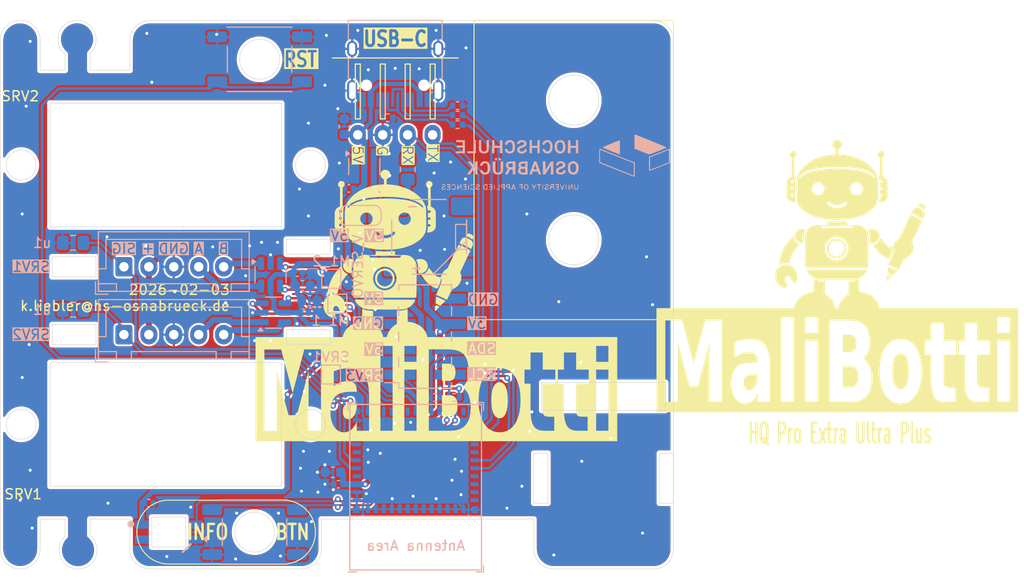
<source format=kicad_pcb>
(kicad_pcb (version 20241229) (generator "pcbnew") (generator_version "9.0")
  (layers (0 "F.Cu" signal) (2 "B.Cu" signal) (13 "F.Paste" user) (15 "B.Paste" user) (5 "F.SilkS" user "F.Silkscreen") (7 "B.SilkS" user "B.Silkscreen") (1 "F.Mask" user) (3 "B.Mask" user) (25 "Edge.Cuts" user))
  (net 0 "")
  (net 1 "GND")
  (net 2 "+5V")
  (net 3 "Net-(BZ1--)")
  (net 4 "SDA")
  (net 5 "+3.3V")
  (net 6 "SCL")
  (net 7 "BUZZER")
  (net 8 "SRV3")
  (net 9 "Vdrive")
  (net 10 "RGB_LED")
  (net 11 "Net-(U1-GPIO9)")
  (net 13 "SERVO1_B")
  (net 14 "SERVO1_ADC")
  (net 15 "SERVO2_A")
  (net 16 "SERVO2_ADC")
  (net 17 "Net-(J5-CC1)")
  (net 18 "Net-(J5-CC2)")
  (net 19 "/USBD+")
  (net 20 "Net-(J5-D+-PadA6)")
  (net 21 "/USBD-")
  (net 22 "Net-(J5-D--PadA7)")
  (net 37 "SERVO1_A")
  (net 38 "/M1_2")
  (net 39 "/M1_1")
  (net 40 "/M2_1")
  (net 41 "SERVO2_B")
  (net 42 "/M2_2")
  (net 45 "Net-(U1-EN{slash}CHIP_PU)")
  (net 46 "/TX")
  (footprint "liebler_MECH:SG90_vertical_PCB" (layer "F.Cu") (at 160.5 110.2 90)
    (property "Reference" "SRV3" (hide yes))
    (property "Value" "Servo SG90")
    (fp_rect (start -10.7 -7) (end -5.7 -5.6) (stroke (width 0.05)) (fill no) (layer "Edge.Cuts"))
    (fp_rect (start -1.4 -6.2) (end 1.4 6.2) (stroke (width 0.05)) (fill no) (layer "Edge.Cuts"))
    (fp_rect (start -10.7 5.6) (end -5.7 7) (stroke (width 0.05)) (fill no) (layer "Edge.Cuts"))
  )
  (footprint "liebler_MECH:SG90_PCB" (layer "F.Cu") (at 111 113)
    (property "Reference" "SRV1")
    (property "Value" "Servo SG90")
    (fp_rect (start -6 -6.2) (end 17.2 6.2) (stroke (width 0.05)) (fill no) (layer "Edge.Cuts"))
    (fp_circle (center -8.9 0) (end -8.9 -1.5) (stroke (width 0.05)) (fill no) (layer "Edge.Cuts"))
    (fp_circle (center 20.1 0) (end 20.1 -1.5) (stroke (width 0.05)) (fill no) (layer "Edge.Cuts"))
  )
  (footprint "liebler_MECH:SG90_PCB" (layer "F.Cu") (at 111 87)
    (property "Reference" "SRV2")
    (property "Value" "Servo SG90")
    (fp_rect (start -6 -6.2) (end 17.2 6.2) (stroke (width 0.05)) (fill no) (layer "Edge.Cuts"))
    (fp_circle (center -8.9 0) (end -8.9 -1.5) (stroke (width 0.05)) (fill no) (layer "Edge.Cuts"))
    (fp_circle (center 20.1 0) (end 20.1 -1.5) (stroke (width 0.05)) (fill no) (layer "Edge.Cuts"))
  )
  (footprint "LOGO" (layer "F.Cu") (at 184.6 93)
    (property "Reference" "G***" (hide yes))
    (property "Value" "LOGO" (hide yes))
  )
  (footprint "LOGO" (layer "F.Cu") (at 139.3 96)
    (property "Reference" "G***" (hide yes))
    (property "Value" "LOGO" (hide yes))
  )
  (footprint "liebler_CONN:JST_XH_S4B-XH-A-1_1x04_P2.50mm_Horizontal_SmallerCourtyard" (layer "F.Cu") (at 143.35 83.9725 180)
    (property "Reference" "J6" (hide yes))
    (property "Value" "Conn_01x04")
  )
  (footprint "liebler_MECH:Hinge_3040" (layer "F.Cu") (at 167.5 87.5)
    (property "Reference" "H1" (hide yes))
    (property "Value" "Hinge3040")
    (fp_circle (center -10 -7) (end -10 -9.5) (stroke (width 0.05)) (fill no) (layer "Edge.Cuts"))
    (fp_circle (center -10 7) (end -10 4.5) (stroke (width 0.05)) (fill no) (layer "Edge.Cuts"))
  )
  (footprint "liebler_OPTO:SK6812MINI-E_REV" (layer "F.Cu") (at 116.9 123.8)
    (property "Reference" "D21" (hide yes))
    (property "Value" "RGB3")
    (fp_rect (start -1.7 -1.5) (end 1.7 1.5) (stroke (width 0.05)) (fill no) (layer "Edge.Cuts"))
  )
  (footprint "Resistor_SMD:R_0402_1005Metric" (layer "B.Cu") (at 145.51 110.3)
    (property "Reference" "R3" (hide yes))
    (property "Value" "4k7")
  )
  (footprint "Jumper:SolderJumper-3_P1.3mm_Bridged2Bar12_RoundedPad1.0x1.5mm_NumberLabels" (layer "B.Cu") (at 136.15 92.05)
    (property "Reference" "JP1" (hide yes))
    (property "Value" "V_SERVO")
  )
  (footprint "Capacitor_SMD:C_0402_1005Metric" (layer "B.Cu") (at 133.9 119 180)
    (property "Reference" "C11" (hide yes))
    (property "Value" "u1")
  )
  (footprint "Package_TO_SOT_SMD:SOT-23-6" (layer "B.Cu") (at 127.4 101.8)
    (property "Reference" "U6" (hide yes))
    (property "Value" "MX116H")
  )
  (footprint "Resistor_SMD:R_0402_1005Metric" (layer "B.Cu") (at 145.85 82)
    (property "Reference" "R8" (hide yes))
    (property "Value" "22R")
  )
  (footprint "Capacitor_SMD:C_0603_1608Metric" (layer "B.Cu") (at 131 100.6)
    (property "Reference" "C5" (hide yes))
    (property "Value" "22u")
  )
  (footprint "Resistor_SMD:R_0402_1005Metric" (layer "B.Cu") (at 138.85 82.25)
    (property "Reference" "R1" (hide yes))
    (property "Value" "5k1")
  )
  (footprint "TestPoint:TestPoint_Pad_1.5x1.5mm" (layer "B.Cu") (at 133.2 98.4)
    (property "Reference" "TP3" (hide yes))
    (property "Value" "M1_2")
  )
  (footprint "Connector_JST:JST_XH_B5B-XH-A_1x05_P2.50mm_Vertical" (layer "B.Cu") (at 112.4 104)
    (property "Reference" "J4" (hide yes))
    (property "Value" "Servo2")
  )
  (footprint "Capacitor_SMD:C_0402_1005Metric" (layer "B.Cu") (at 138.05 89.35)
    (property "Reference" "C4" (hide yes))
    (property "Value" "1u")
  )
  (footprint "liebler_MECH:XDCR_CMT-7525-80-SMT-TR_handsolder" (layer "B.Cu") (at 143 94.2)
    (property "Reference" "BZ1" (hide yes))
    (property "Value" "Buzzer" (hide yes))
  )
  (footprint "Capacitor_SMD:C_0402_1005Metric" (layer "B.Cu") (at 130.4 101.8)
    (property "Reference" "C14" (hide yes))
    (property "Value" "u1")
  )
  (footprint "Capacitor_SMD:C_0603_1608Metric" (layer "B.Cu") (at 134.5 83.15 90)
    (property "Reference" "C2" (hide yes))
    (property "Value" "22u")
  )
  (footprint "Capacitor_SMD:C_0805_2012Metric_Pad1.18x1.45mm_HandSolder" (layer "B.Cu") (at 107.3 101.5 180)
    (property "Reference" "C10" (hide yes))
    (property "Value" "u1")
  )
  (footprint "Capacitor_SMD:C_0402_1005Metric" (layer "B.Cu") (at 134.95 89.35 180)
    (property "Reference" "C1" (hide yes))
    (property "Value" "1u")
  )
  (footprint "liebler_MECH:SW_Push_1P1T_NO_6x6mm_H6.5mm_Reverse" (layer "B.Cu") (at 126 76.4)
    (property "Reference" "SW1" (hide yes))
    (property "Value" "RST")
    (fp_circle (center 0 0) (end 0 2) (stroke (width 0.05)) (fill no) (layer "Edge.Cuts"))
  )
  (footprint "Resistor_SMD:R_0402_1005Metric" (layer "B.Cu") (at 145.85 82.95)
    (property "Reference" "R9" (hide yes))
    (property "Value" "22R")
  )
  (footprint "Resistor_SMD:R_0805_2012Metric_Pad1.20x1.40mm_HandSolder" (layer "B.Cu") (at 140.85 87.45 90)
    (property "Reference" "R2" (hide yes))
    (property "Value" "100R")
  )
  (footprint "Connector_USB:USB_C_Receptacle_HRO_TYPE-C-31-M-12" (layer "B.Cu") (at 139.6 76.4)
    (property "Reference" "J5" (hide yes))
    (property "Value" "USB_C_Receptacle_USB2.0_16P")
  )
  (footprint "Package_TO_SOT_SMD:SOT-23-3" (layer "B.Cu") (at 136.5 87.15 -90)
    (property "Reference" "U2" (hide yes))
    (property "Value" "XC6206PxxxMR")
  )
  (footprint "LOGO" (layer "B.Cu") (at 155.7 86.7 180)
    (property "Reference" "G***" (hide yes))
    (property "Value" "LOGO" (hide yes))
  )
  (footprint "Resistor_SMD:R_0402_1005Metric" (layer "B.Cu") (at 143.6 110.3)
    (property "Reference" "R4" (hide yes))
    (property "Value" "4k7")
  )
  (footprint "Capacitor_SMD:C_0402_1005Metric" (layer "B.Cu") (at 114.9 120.9)
    (property "Reference" "C3" (hide yes))
    (property "Value" "u1")
  )
  (footprint "Espressif:ESP32-C3-MINI-1" (layer "B.Cu") (at 141.65 119.3)
    (property "Reference" "U1" (hide yes))
    (property "Value" "ESP32-C3-MINI-1")
  )
  (footprint "Resistor_SMD:R_0402_1005Metric" (layer "B.Cu") (at 145.85 81.05)
    (property "Reference" "R7" (hide yes))
    (property "Value" "5k1")
  )
  (footprint "Capacitor_SMD:C_0603_1608Metric" (layer "B.Cu") (at 133.35 117.8 180)
    (property "Reference" "C12" (hide yes))
    (property "Value" "22u")
  )
  (footprint "Package_TO_SOT_SMD:SOT-23-6" (layer "B.Cu") (at 127.1 98 -90)
    (property "Reference" "U5" (hide yes))
    (property "Value" "MX116H")
  )
  (footprint "Connector_PinHeader_2.54mm:PinHeader_2x04_P2.54mm_Vertical_SMD" (layer "B.Cu") (at 142.6 104.2)
    (property "Reference" "J2" (hide yes))
    (property "Value" "Servos & I2C" (hide yes))
  )
  (footprint "TestPoint:TestPoint_Pad_1.5x1.5mm" (layer "B.Cu") (at 133.15 108)
    (property "Reference" "TP1" (hide yes))
    (property "Value" "SRV1")
  )
  (footprint "TestPoint:TestPoint_Pad_1.5x1.5mm" (layer "B.Cu") (at 133.8 100.9)
    (property "Reference" "TP2" (hide yes))
    (property "Value" "M1_1")
  )
  (footprint "Capacitor_SMD:C_0805_2012Metric_Pad1.18x1.45mm_HandSolder" (layer "B.Cu") (at 107.3 94.8 180)
    (property "Reference" "C9" (hide yes))
    (property "Value" "u1")
  )
  (footprint "Capacitor_SMD:C_0402_1005Metric" (layer "B.Cu") (at 129.8 97.8)
    (property "Reference" "C13" (hide yes))
    (property "Value" "u1")
  )
  (footprint "Connector_JST:JST_XH_B5B-XH-A_1x05_P2.50mm_Vertical" (layer "B.Cu") (at 112.4 97.2)
    (property "Reference" "J3" (hide yes))
    (property "Value" "Servo1")
  )
  (footprint "Capacitor_SMD:C_0603_1608Metric" (layer "B.Cu") (at 130.3 99.1)
    (property "Reference" "C15" (hide yes))
    (property "Value" "22u")
  )
  (footprint "liebler_MECH:SW_Push_1P1T_NO_6x6mm_H6.5mm_Reverse" (layer "B.Cu") (at 125.5 123.8 180)
    (property "Reference" "SW8" (hide yes))
    (property "Value" "BTN")
    (fp_circle (center 0 0) (end 0 2) (stroke (width 0.05)) (fill no) (layer "Edge.Cuts"))
  )
  (gr_arc (start 128.4 120.6) (mid 131.6 123.8) (end 128.4 127) (stroke (width 0.1)) (layer "F.SilkS"))
  (gr_arc (start 116.9 127) (mid 113.7 123.8) (end 116.9 120.6) (stroke (width 0.1)) (layer "F.SilkS"))
  (gr_line (start 116.9 120.6) (end 128.4 120.6) (stroke (width 0.1)) (layer "F.SilkS"))
  (gr_line (start 128.4 127) (end 116.9 127) (stroke (width 0.1)) (layer "F.SilkS"))
  (gr_rect (start 128.7 94.45) (end 133.1 95.95) (stroke (width 0.05)) (fill no) (layer "Edge.Cuts"))
  (gr_line (start 153.5 125.5) (end 153.5 122.5) (stroke (width 0.05)) (layer "Edge.Cuts"))
  (gr_arc (start 165.5 72.5) (mid 166.914214 73.085786) (end 167.5 74.5) (stroke (width 0.05)) (layer "Edge.Cuts"))
  (gr_line (start 106.5 75.886605) (end 106.5 77.5) (stroke (width 0.05)) (layer "Edge.Cuts"))
  (gr_rect (start 105.2 96.2) (end 109.6 98.2) (stroke (width 0.05)) (fill no) (layer "Edge.Cuts"))
  (gr_line (start 165.5 127.5) (end 155.5 127.5) (stroke (width 0.05)) (layer "Edge.Cuts"))
  (gr_arc (start 115 127.5) (mid 113.585786 126.914214) (end 113 125.5) (stroke (width 0.05)) (layer "Edge.Cuts"))
  (gr_line (start 106.5 77.5) (end 104 77.5) (stroke (width 0.05)) (layer "Edge.Cuts"))
  (gr_line (start 113 122.5) (end 113 125.5) (stroke (width 0.05)) (layer "Edge.Cuts"))
  (gr_line (start 104 125.5) (end 104 122.5) (stroke (width 0.05)) (layer "Edge.Cuts"))
  (gr_line (start 100 86) (end 100 125.5) (stroke (width 0.05)) (layer "Edge.Cuts"))
  (gr_line (start 167.5 114) (end 167.5 112.5) (stroke (width 0.05)) (layer "Edge.Cuts"))
  (gr_line (start 100 86) (end 100 74.5) (stroke (width 0.05)) (layer "Edge.Cuts"))
  (gr_arc (start 100 74.5) (mid 100.585786 73.085786) (end 102 72.5) (stroke (width 0.05)) (layer "Edge.Cuts"))
  (gr_line (start 167.5 125.5) (end 167.5 114) (stroke (width 0.05)) (layer "Edge.Cuts"))
  (gr_line (start 167.5 112.5) (end 167.5 100.1) (stroke (width 0.05)) (layer "Edge.Cuts"))
  (gr_arc (start 109 124.113394) (mid 107.866145 127.509351) (end 106.5 124.2) (stroke (width 0.05)) (layer "Edge.Cuts"))
  (gr_line (start 106.5 122.5) (end 106.5 124.2) (stroke (width 0.05)) (layer "Edge.Cuts"))
  (gr_arc (start 132.2 125.5) (mid 131.614214 126.914214) (end 130.2 127.5) (stroke (width 0.05)) (layer "Edge.Cuts"))
  (gr_line (start 104 77.5) (end 104 74.5) (stroke (width 0.05)) (layer "Edge.Cuts"))
  (gr_line (start 132.2 122.5) (end 153.5 122.5) (stroke (width 0.05)) (layer "Edge.Cuts"))
  (gr_rect (start 105.2 103) (end 109.6 105) (stroke (width 0.05)) (fill no) (layer "Edge.Cuts"))
  (gr_arc (start 167.5 125.5) (mid 166.914214 126.914214) (end 165.5 127.5) (stroke (width 0.05)) (layer "Edge.Cuts"))
  (gr_rect (start 128.7 103.5) (end 133.1 105) (stroke (width 0.05)) (fill no) (layer "Edge.Cuts"))
  (gr_line (start 109 77.5) (end 109 75.8) (stroke (width 0.05)) (layer "Edge.Cuts"))
  (gr_line (start 115 72.5) (end 165.5 72.5) (stroke (width 0.05)) (layer "Edge.Cuts"))
  (gr_arc (start 102 72.5) (mid 103.414214 73.085786) (end 104 74.5) (stroke (width 0.05)) (layer "Edge.Cuts"))
  (gr_arc (start 113 74.5) (mid 113.585786 73.085786) (end 115 72.5) (stroke (width 0.05)) (layer "Edge.Cuts"))
  (gr_line (start 167.5 98.6) (end 167.5 100.1) (stroke (width 0.05)) (layer "Edge.Cuts"))
  (gr_line (start 104 122.5) (end 106.5 122.5) (stroke (width 0.05)) (layer "Edge.Cuts"))
  (gr_line (start 167.5 98.6) (end 167.5 87.5) (stroke (width 0.05)) (layer "Edge.Cuts"))
  (gr_line (start 113 77.5) (end 109 77.5) (stroke (width 0.05)) (layer "Edge.Cuts"))
  (gr_arc (start 106.5 75.886606) (mid 107.633855 72.490649) (end 109 75.8) (stroke (width 0.05)) (layer "Edge.Cuts"))
  (gr_line (start 167.5 86) (end 167.5 74.5) (stroke (width 0.05)) (layer "Edge.Cuts"))
  (gr_line (start 167.5 87.5) (end 167.5 86) (stroke (width 0.05)) (layer "Edge.Cuts"))
  (gr_line (start 113 74.5) (end 113 77.5) (stroke (width 0.05)) (layer "Edge.Cuts"))
  (gr_arc (start 104 125.5) (mid 102 127.5) (end 100 125.5) (stroke (width 0.05)) (layer "Edge.Cuts"))
  (gr_arc (start 155.5 127.5) (mid 154.085786 126.914214) (end 153.5 125.5) (stroke (width 0.05)) (layer "Edge.Cuts"))
  (gr_line (start 109 124.113395) (end 109 122.5) (stroke (width 0.05)) (layer "Edge.Cuts"))
  (gr_line (start 115 127.5) (end 130.2 127.5) (stroke (width 0.05)) (layer "Edge.Cuts"))
  (gr_line (start 109 122.5) (end 113 122.5) (stroke (width 0.05)) (layer "Edge.Cuts"))
  (gr_line (start 132.2 122.5) (end 132.2 125.5) (stroke (width 0.05)) (layer "Edge.Cuts"))
  (gr_text "G" (at 138.3 85 270) (layer "F.SilkS" knockout) (effects (font (size 1 1) (thickness 0.1)) (justify left)))
  (gr_text "2026-02-03\nk.liebler@hs-osnabrueck.de" (at 123.1 101.7 0) (layer "F.SilkS") (effects (font (size 1 1)) (justify right bottom)))
  (gr_text "5V" (at 135.85 85 270) (layer "F.SilkS" knockout) (effects (font (size 1 1) (thickness 0.1)) (justify left)))
  (gr_text "USB-C" (at 139.6 74.35 0) (layer "F.SilkS" knockout) (effects (font (size 1.5 1.2) (thickness 0.3) (bold yes))))
  (gr_text "INFO\n" (at 120.8 123.8 0) (layer "F.SilkS") (effects (font (size 1.5 1.2) (thickness 0.25) (bold yes))))
  (gr_text "MaliBotti" (at 183.9 112.1 0) (layer "F.SilkS" knockout) (effects (font (size 8 5) (thickness 0.5) (bold yes)) (justify bottom)))
  (gr_text "TX" (at 143.35 84.9 270) (layer "F.SilkS" knockout) (effects (font (size 1 1) (thickness 0.1)) (justify left)))
  (gr_text "HQ Pro Extra Ultra Plus" (at 184.2 113.9 0) (layer "F.SilkS") (effects (font (size 2 1) (thickness 0.25) (bold yes))))
  (gr_text "MaliBotti" (at 143.7 115 0) (layer "F.SilkS" knockout) (effects (font (size 8 5) (thickness 0.5) (bold yes)) (justify bottom)))
  (gr_text "RX" (at 140.85 84.95 270) (layer "F.SilkS" knockout) (effects (font (size 1 1) (thickness 0.1)) (justify left)))
  (gr_text "5V" (at 138.5 105.5 0) (layer "B.SilkS" knockout) (effects (font (size 1 1)) (justify left mirror)))
  (gr_text "GND" (at 117.4 95.4 0) (layer "B.SilkS" knockout) (effects (font (size 1 1)) (justify mirror)))
  (gr_text "5V" (at 135.05 94.1 0) (layer "B.SilkS" knockout) (effects (font (size 1 1)) (justify left mirror)))
  (gr_text "A" (at 119.9 95.4 0) (layer "B.SilkS" knockout) (effects (font (size 1 1)) (justify mirror)))
  (gr_text "3V" (at 136.5 94.1 0) (layer "B.SilkS" knockout) (effects (font (size 1 1)) (justify right mirror)))
  (gr_text "SCL" (at 146.8 108 0) (layer "B.SilkS" knockout) (effects (font (size 1 1)) (justify right mirror)))
  (gr_text "5V" (at 138.5 100.4 0) (layer "B.SilkS" knockout) (effects (font (size 1 1)) (justify left mirror)))
  (gr_text "B" (at 122.4 95.4 0) (layer "B.SilkS" knockout) (effects (font (size 1 1)) (justify mirror)))
  (gr_text "SRV3" (at 138.5 108.1 0) (layer "B.SilkS" knockout) (effects (font (size 1 1)) (justify left mirror)))
  (gr_text "SRV2" (at 103.1 104 0) (layer "B.SilkS" knockout) (effects (font (size 1 1)) (justify mirror)))
  (gr_text "SIG" (at 112.4 95.4 0) (layer "B.SilkS" knockout) (effects (font (size 1 1)) (justify mirror)))
  (gr_text "+" (at 114.9 95.4 270) (layer "B.SilkS" knockout) (effects (font (size 1 1)) (justify mirror)))
  (gr_text "3V" (at 146.8 102.9 0) (layer "B.SilkS" knockout) (effects (font (size 1 1)) (justify right mirror)))
  (gr_text "SDA" (at 146.8 105.4 0) (layer "B.SilkS" knockout) (effects (font (size 1 1)) (justify right mirror)))
  (gr_text "GND" (at 138.5 102.9 0) (layer "B.SilkS" knockout) (effects (font (size 1 1)) (justify left mirror)))
  (gr_text "SRV1" (at 103.1 97.2 0) (layer "B.SilkS" knockout) (effects (font (size 1 1)) (justify mirror)))
  (gr_text "GND" (at 146.8 100.5 0) (layer "B.SilkS" knockout) (effects (font (size 1 1)) (justify right mirror)))
  (segment (start 124.5 101.8) (end 124.4 101.7) (width 0.6) (layer "F.Cu") (net 1))
  (segment (start 125.3 101.8) (end 124.5 101.8) (width 0.6) (layer "F.Cu") (net 1))
  (via (at 146.7 75.25) (size 0.6) (drill 0.3) (layers "F.Cu" "B.Cu") (net 1))
  (via (at 158.3 116.7) (size 0.6) (drill 0.3) (layers "F.Cu" "B.Cu") (net 1))
  (via (at 139.3 120.45) (size 0.6) (drill 0.3) (layers "F.Cu" "B.Cu") (net 1))
  (via (at 131.85 119.8) (size 0.6) (drill 0.3) (layers "F.Cu" "B.Cu") (net 1))
  (via (at 139.7 104.2) (size 0.6) (drill 0.3) (layers "F.Cu" "B.Cu") (net 1))
  (via (at 123.7 121.9) (size 0.6) (drill 0.3) (layers "F.Cu" "B.Cu") (net 1))
  (via (at 114.7 73.8) (size 0.6) (drill 0.3) (layers "F.Cu" "B.Cu") (net 1))
  (via (at 115.2 78.7) (size 0.6) (drill 0.3) (layers "F.Cu" "B.Cu") (net 1))
  (via (at 146.8 98.85) (size 0.6) (drill 0.3) (layers "F.Cu" "B.Cu") (net 1))
  (via (at 132.55 117.05) (size 0.6) (drill 0.3) (layers "F.Cu" "B.Cu") (net 1))
  (via (at 136.9 77.45) (size 0.6) (drill 0.3) (layers "F.Cu" "B.Cu") (net 1))
  (via (at 116.7 126.25) (size 0.6) (drill 0.3) (layers "F.Cu" "B.Cu") (net 1))
  (via (at 132.7 74) (size 0.6) (drill 0.3) (layers "F.Cu" "B.Cu") (net 1))
  (via (at 110.7 94.2) (size 0.6) (drill 0.3) (layers "F.Cu" "B.Cu") (net 1))
  (via (at 114.6 95.1) (size 0.6) (drill 0.3) (layers "F.Cu" "B.Cu") (net 1))
  (via (at 142.4 106.5) (size 0.6) (drill 0.3) (layers "F.Cu" "B.Cu") (net 1))
  (via (at 150.8 121.4) (size 0.6) (drill 0.3) (layers "F.Cu" "B.Cu") (net 1))
  (via (at 139 85.85) (size 0.6) (drill 0.3) (layers "F.Cu" "B.Cu") (net 1))
  (via (at 145.6 116.5) (size 0.6) (drill 0.3) (layers "F.Cu" "B.Cu") (net 1))
  (via (at 145.3 118.6) (size 0.6) (drill 0.3) (layers "F.Cu" "B.Cu") (net 1))
  (via (at 143.7 120.45) (size 0.6) (drill 0.3) (layers "F.Cu" "B.Cu") (net 1))
  (via (at 142.95 89.15) (size 0.6) (drill 0.3) (layers "F.Cu" "B.Cu") (net 1))
  (via (at 122.6 100.8) (size 0.6) (drill 0.3) (layers "F.Cu" "B.Cu") (net 1))
  (via (at 130 89.4) (size 0.6) (drill 0.3) (layers "F.Cu" "B.Cu") (net 1))
  (via (at 131.2 122.75) (size 0.6) (drill 0.3) (layers "F.Cu" "B.Cu") (net 1))
  (via (at 131.8 117.8) (size 0.6) (drill 0.3) (layers "F.Cu" "B.Cu") (net 1))
  (via (at 164.8 96.2) (size 0.6) (drill 0.3) (layers "F.Cu" "B.Cu") (net 1))
  (via (at 146.65 88.4) (size 0.6) (drill 0.3) (layers "F.Cu" "B.Cu") (net 1))
  (via (at 110.8 120.9) (size 0.6) (drill 0.3) (layers "F.Cu" "B.Cu") (net 1))
  (via (at 139.6 77.3) (size 0.6) (drill 0.3) (layers "F.Cu" "B.Cu") (net 1))
  (via (at 145.15 86.7) (size 0.6) (drill 0.3) (layers "F.Cu" "B.Cu") (net 1))
  (via (at 102 120.6) (size 0.6) (drill 0.3) (layers "F.Cu" "B.Cu") (net 1))
  (via (at 142.1 95.55) (size 0.6) (drill 0.3) (layers "F.Cu" "B.Cu") (net 1))
  (via (at 141.15 112.8) (size 0.6) (drill 0.3) (layers "F.Cu" "B.Cu") (net 1))
  (via (at 129.75 102.9) (size 0.6) (drill 0.3) (layers "F.Cu" "B.Cu") (net 1))
  (via (at 143.5 87.8) (size 0.6) (drill 0.3) (layers "F.Cu" "B.Cu") (net 1))
  (via (at 103.2 123.4) (size 0.6) (drill 0.3) (layers "F.Cu" "B.Cu") (net 1))
  (via (at 137.6 101.5) (size 0.6) (drill 0.3) (layers "F.Cu" "B.Cu") (net 1))
  (via (at 130.4 115.7) (size 0.6) (drill 0.3) (layers "F.Cu" "B.Cu") (net 1))
  (via (at 145.95 114.25) (size 0.6) (drill 0.3) (layers "F.Cu" "B.Cu") (net 1))
  (via (at 164.4 123.9) (size 0.6) (drill 0.3) (layers "F.Cu" "B.Cu") (net 1))
  (via (at 153.3 111.75) (size 0.6) (drill 0.3) (layers "F.Cu" "B.Cu") (net 1))
  (via (at 136.9 116.8) (size 0.6) (drill 0.3) (layers "F.Cu" "B.Cu") (net 1))
  (via (at 136.45 90.4) (size 0.6) (drill 0.3) (layers "F.Cu" "B.Cu") (net 1))
  (via (at 102.6 81.1) (size 0.6) (drill 0.3) (layers "F.Cu" "B.Cu") (net 1))
  (via (at 147.6 110.8) (size 0.6) (drill 0.3) (layers "F.Cu" "B.Cu") (net 1))
  (via (at 130.2 119.7) (size 0.6) (drill 0.3) (layers "F.Cu" "B.Cu") (net 1))
  (via (at 121.3 95.2) (size 0.6) (drill 0.3) (layers "F.Cu" "B.Cu") (net 1))
  (via (at 152.8 91.9) (size 0.6) (drill 0.3) (layers "F.Cu" "B.Cu") (net 1))
  (via (at 125.3 101.8) (size 0.6) (drill 0.3) (layers "F.Cu" "B.Cu") (net 1))
  (via (at 127.9 121.9) (size 0.6) (drill 0.3) (layers "F.Cu" "B.Cu") (net 1))
  (via (at 130.1 117.4) (size 0.6) (drill 0.3) (layers "F.Cu" "B.Cu") (net 1))
  (via (at 138.1 115.9) (size 0.6) (drill 0.3) (layers "F.Cu" "B.Cu") (net 1))
  (via (at 103 117.6) (size 0.6) (drill 0.3) (layers "F.Cu" "B.Cu") (net 1))
  (via (at 133.9 95.4) (size 0.6) (drill 0.3) (layers "F.Cu" "B.Cu") (net 1))
  (via (at 143.7 73.5) (size 0.6) (drill 0.3) (layers "F.Cu" "B.Cu") (net 1))
  (via (at 142 77.35) (size 0.6) (drill 0.3) (layers "F.Cu" "B.Cu") (net 1))
  (via (at 121.7 73.9) (size 0.6) (drill 0.3) (layers "F.Cu" "B.Cu") (net 1))
  (via (at 127.1 96) (size 0.6) (drill 0.3) (layers "F.Cu" "B.Cu") (net 1))
  (via (at 124.6 98.1) (size 0.6) (drill 0.3) (layers "F.Cu" "B.Cu") (net 1))
  (via (at 134.4 106.4) (size 0.6) (drill 0.3) (layers "F.Cu" "B.Cu") (net 1))
  (via (at 128.1 126.2) (size 0.6) (drill 0.3) (layers "F.Cu" "B.Cu") (net 1))
  (via (at 125 95.1) (size 0.6) (drill 0.3) (layers "F.Cu" "B.Cu") (net 1))
  (via (at 102.2 91.9) (size 0.6) (drill 0.3) (layers "F.Cu" "B.Cu") (net 1))
  (via (at 136.7 119.95) (size 0.6) (drill 0.3) (layers "F.Cu" "B.Cu") (net 1))
  (via (at 137.5 97.4) (size 0.6) (drill 0.3) (layers "F.Cu" "B.Cu") (net 1))
  (via (at 119.1 121.3) (size 0.6) (drill 0.3) (layers "F.Cu" "B.Cu") (net 1))
  (via (at 117.5 99.7) (size 0.6) (drill 0.3) (layers "F.Cu" "B.Cu") (net 1))
  (via (at 102.2 108.3) (size 0.6) (drill 0.3) (layers "F.Cu" "B.Cu") (net 1))
  (via (at 130.9 92.1) (size 0.6) (drill 0.3) (layers "F.Cu" "B.Cu") (net 1))
  (via (at 127.1 104.6) (size 0.6) (drill 0.3) (layers "F.Cu" "B.Cu") (net 1))
  (via (at 141.4 120.2) (size 0.6) (drill 0.3) (layers "F.Cu" "B.Cu") (net 1))
  (via (at 133.4 119.55) (size 0.6) (drill 0.3) (layers "F.Cu" "B.Cu") (net 1))
  (via (at 156 100.7) (size 0.6) (drill 0.3) (layers "F.Cu" "B.Cu") (net 1))
  (via (at 139.05 88.05) (size 0.6) (drill 0.3) (layers "F.Cu" "B.Cu") (net 1))
  (via (at 146.25 117.7) (size 0.6) (drill 0.3) (layers "F.Cu" "B.Cu") (net 1))
  (via (at 125.5 104.6) (size 0.6) (drill 0.3) (layers "F.Cu" "B.Cu") (net 1))
  (via (at 137.35 96.5) (size 0.6) (drill 0.3) (layers "F.Cu" "B.Cu") (net 1))
  (via (at 153.1 113.7) (size 0.6) (drill 0.3) (layers "F.Cu" "B.Cu") (net 1))
  (via (at 130.9 82.8) (size 0.6) (drill 0.3) (layers "F.Cu" "B.Cu") (net 1))
  (via (at 134 86.8) (size 0.6) (drill 0.3) (layers "F.Cu" "B.Cu") (net 1))
  (via (at 133 115.7) (size 0.6) (drill 0.3) (layers "F.Cu" "B.Cu") (net 1))
  (via (at 158.2 106.8) (size 0.6) (drill 0.3) (layers "F.Cu" "B.Cu") (net 1))
  (via (at 152.3 119.2) (size 0.6) (drill 0.3) (layers "F.Cu" "B.Cu") (net 1))
  (via (at 142.75 86.45) (size 0.6) (drill 0.3) (layers "F.Cu" "B.Cu") (net 1))
  (via (at 144.5 92.1) (size 0.6) (drill 0.3) (layers "F.Cu" "B.Cu") (net 1))
  (via (at 123.6 126.5) (size 0.6) (drill 0.3) (layers "F.Cu" "B.Cu") (net 1))
  (via (at 139.55 112.9) (size 0.6) (drill 0.3) (layers "F.Cu" "B.Cu") (net 1))
  (via (at 137.15 113.6) (size 0.6) (drill 0.3) (layers "F.Cu" "B.Cu") (net 1))
  (via (at 146.2 120.05) (size 0.6) (drill 0.3) (layers "F.Cu" "B.Cu") (net 1))
  (via (at 131.05 105.95) (size 0.6) (drill 0.3) (layers "F.Cu" "B.Cu") (net 1))
  (via (at 144.55 95.45) (size 0.6) (drill 0.3) (layers "F.Cu" "B.Cu") (net 1))
  (via (at 161.2 114.4) (size 0.6) (drill 0.3) (layers "F.Cu" "B.Cu") (net 1))
  (via (at 126.2 94.75) (size 0.6) (drill 0.3) (layers "F.Cu" "B.Cu") (net 1))
  (via (at 155.5 126.1) (size 0.6) (drill 0.3) (layers "F.Cu" "B.Cu") (net 1))
  (via (at 102.9 105) (size 0.6) (drill 0.3) (layers "F.Cu" "B.Cu") (net 1))
  (via (at 132.55 79) (size 0.6) (drill 0.3) (layers "F.Cu" "B.Cu") (net 1))
  (via (at 136.85 115.55) (size 0.6) (drill 0.3) (layers "F.Cu" "B.Cu") (net 1))
  (via (at 103 74.6) (size 0.6) (drill 0.3) (layers "F.Cu" "B.Cu") (net 1))
  (via (at 134.7 98.7) (size 0.6) (drill 0.3) (layers "F.Cu" "B.Cu") (net 1))
  (via (at 130.5 109.7) (size 0.6) (drill 0.3) (layers "F.Cu" "B.Cu") (net 1))
  (via (at 135.85 73.5) (size 0.6) (drill 0.3) (layers "F.Cu" "B.Cu") (net 1))
  (via (at 127.8 94.75) (size 0.6) (drill 0.3) (layers "F.Cu" "B.Cu") (net 1))
  (via (at 165.4 101) (size 0.6) (drill 0.3) (layers "F.Cu" "B.Cu") (net 1))
  (via (at 133.85 81.35) (size 0.6) (drill 0.3) (layers "F.Cu" "B.Cu") (net 1))
  (via (at 132.55 119) (size 0.6) (drill 0.3) (layers "F.Cu" "B.Cu") (net 1))
  (segment (start 127.1 96.8625) (end 127.1 96) (width 0.6) (layer "B.Cu") (net 1))
  (segment (start 145.5 116.6) (end 145.6 116.5) (width 0.25) (layer "B.Cu") (net 1))
  (segment (start 147.575 111.65) (end 147.575 110.825) (width 0.25) (layer "B.Cu") (net 1))
  (segment (start 126.2625 101.8) (end 125.3 101.8) (width 0.6) (layer "B.Cu") (net 1))
  (segment (start 138.425 111.7) (end 138.425 113.4) (width 0.25) (layer "B.Cu") (net 1))
  (segment (start 138.425 113.4) (end 139.65 114.625) (width 0.25) (layer "B.Cu") (net 1))
  (segment (start 147.575 121.55) (end 146.575 121.55) (width 0.25) (layer "B.Cu") (net 1))
  (segment (start 142.85 80.445) (end 143.005 80.445) (width 0.6) (layer "B.Cu") (net 1))
  (segment (start 136.35 80.445) (end 136.195 80.445) (width 0.6) (layer "B.Cu") (net 1))
  (segment (start 136.195 80.445) (end 135.28 79.53) (width 0.6) (layer "B.Cu") (net 1))
  (segment (start 139.36 82.25) (end 139.36 82.9625) (width 0.4) (layer "B.Cu") (net 1))
  (segment (start 139.36 82.9625) (end 138.35 83.9725) (width 0.4) (layer "B.Cu") (net 1))
  (segment (start 143.005 80.445) (end 143.92 79.53) (width 0.6) (layer "B.Cu") (net 1))
  (segment (start 143.6 116.6) (end 145.5 116.6) (width 0.25) (layer "B.Cu") (net 1))
  (segment (start 147.575 110.825) (end 147.6 110.8) (width 0.25) (layer "B.Cu") (net 1))
  (segment (start 146.575 121.55) (end 143.6 118.575) (width 0.25) (layer "B.Cu") (net 1))
  (segment (start 128.8 110) (end 131.701003 107.098997) (width 0.5) (layer "F.Cu") (net 2))
  (segment (start 131.701003 107.098997) (end 131.701003 107.068359) (width 0.5) (layer "F.Cu") (net 2))
  (via (at 128.8 110) (size 0.6) (drill 0.3) (layers "F.Cu" "B.Cu") (net 2))
  (via (at 131.701003 107.068359) (size 0.6) (drill 0.3) (layers "F.Cu" "B.Cu") (net 2))
  (segment (start 130.149 100.676) (end 130.225 100.6) (width 0.5) (layer "B.Cu") (net 2))
  (segment (start 129.42 98.4) (end 129.3775 98.4425) (width 0.5) (layer "B.Cu") (net 2))
  (segment (start 134.85 96.9) (end 134.85 97.3) (width 0.6) (layer "B.Cu") (net 2))
  (segment (start 130.025 100.125) (end 130.025 100.4) (width 0.5) (layer "B.Cu") (net 2))
  (segment (start 129.32 97.8) (end 129.42 97.7) (width 0.6) (layer "B.Cu") (net 2))
  (segment (start 127.599001 97.976) (end 127.1 98.475001) (width 0.5) (layer "B.Cu") (net 2))
  (segment (start 142.05 79.65743) (end 141.26057 78.868) (width 0.4) (layer "B.Cu") (net 2))
  (segment (start 128.5375 101.8) (end 129.92 101.8) (width 0.5) (layer "B.Cu") (net 2))
  (segment (start 128.8 119.379232) (end 128.428232 119.751) (width 0.5) (layer "B.Cu") (net 2))
  (segment (start 136.5 88.2875) (end 136.5 88.95) (width 0.6) (layer "B.Cu") (net 2))
  (segment (start 115.249 119.751) (end 114.2 120.8) (width 0.5) (layer "B.Cu") (net 2))
  (segment (start 136.501 86.5715) (end 136.501 84.6235) (width 0.6) (layer "B.Cu") (net 2))
  (segment (start 142.05 80.445) (end 142.05 79.65743) (width 0.4) (layer "B.Cu") (net 2))
  (segment (start 131.701003 107.068359) (end 131.810873 107.068359) (width 0.5) (layer "B.Cu") (net 2))
  (segment (start 136.501 86.5715) (end 136.5 86.5725) (width 0.6) (layer "B.Cu") (net 2))
  (segment (start 137.94 100.39) (end 140.075 100.39) (width 0.6) (layer "B.Cu") (net 2))
  (segment (start 134.5 83.925) (end 135.8025 83.925) (width 0.6) (layer "B.Cu") (net 2))
  (segment (start 128.8 110) (end 128.8 119.379232) (width 0.5) (layer "B.Cu") (net 2))
  (segment (start 134.85 90.6) (end 134.85 92.05) (width 0.6) (layer "B.Cu") (net 2))
  (segment (start 137.15 80.445) (end 137.15 82.6725) (width 0.4) (layer "B.Cu") (net 2))
  (segment (start 129.525 99.1) (end 129.775 99.1) (width 0.5) (layer "B.Cu") (net 2))
  (segment (start 128.428232 119.751) (end 115.249 119.751) (width 0.5) (layer "B.Cu") (net 2))
  (segment (start 131.810873 107.068359) (end 133.651 105.228232) (width 0.5) (layer "B.Cu") (net 2))
  (segment (start 136.5 88.95) (end 134.85 90.6) (width 0.6) (layer "B.Cu") (net 2))
  (segment (start 114.2 120.8) (end 114.2 123.05) (width 0.5) (layer "B.Cu") (net 2))
  (segment (start 129.244 97.976) (end 127.599001 97.976) (width 0.5) (layer "B.Cu") (net 2))
  (segment (start 127.1 99.1375) (end 127.1 100.1709) (width 0.5) (layer "B.Cu") (net 2))
  (segment (start 129.3775 98.4425) (end 129.525 98.59) (width 0.5) (layer "B.Cu") (net 2))
  (segment (start 129.499 97.360608) (end 129.959608 96.9) (width 0.6) (layer "B.Cu") (net 2))
  (segment (start 129.499 97.7) (end 129.499 97.360608) (width 0.6) (layer "B.Cu") (net 2))
  (segment (start 127.1 98.475001) (end 127.1 99.1375) (width 0.5) (layer "B.Cu") (net 2))
  (segment (start 129.42 97.9) (end 129.42 98.4) (width 0.5) (layer "B.Cu") (net 2))
  (segment (start 129.959608 96.9) (end 134.85 96.9) (width 0.6) (layer "B.Cu") (net 2))
  (segment (start 133.651 103.271768) (end 133.328232 102.949) (width 0.5) (layer "B.Cu") (net 2))
  (segment (start 130.879318 102.949) (end 130.149 102.218682) (width 0.5) (layer "B.Cu") (net 2))
  (segment (start 127.875001 101.8) (end 128.5375 101.8) (width 0.5) (layer "B.Cu") (net 2))
  (segment (start 127.1 100.1709) (end 127.424 100.4949) (width 0.5) (layer "B.Cu") (net 2))
  (segment (start 134.85 93.1) (end 134.85 92.05) (width 0.6) (layer "B.Cu") (net 2))
  (segment (start 129.32 97.8) (end 129.32 97.9) (width 0.5) (layer "B.Cu") (net 2))
  (segment (start 142.2 103.882) (end 142.2 102.1) (width 0.6) (layer "B.Cu") (net 2))
  (segment (start 142.2 102.1) (end 140.49 100.39) (width 0.6) (layer "B.Cu") (net 2))
  (segment (start 129.42 97.7) (end 129.499 97.7) (width 0.6) (layer "B.Cu") (net 2))
  (segment (start 129.32 97.9) (end 129.244 97.976) (width 0.5) (layer "B.Cu") (net 2))
  (segment (start 134.85 97.3) (end 137.94 100.39) (width 0.6) (layer "B.Cu") (net 2))
  (segment (start 135.8025 83.925) (end 135.85 83.9725) (width 0.6) (layer "B.Cu") (net 2))
  (segment (start 129.32 97.8) (end 129.42 97.9) (width 0.5) (layer "B.Cu") (net 2))
  (segment (start 140.612 105.47) (end 142.2 103.882) (width 0.6) (layer "B.Cu") (net 2))
  (segment (start 141.26057 78.868) (end 137.93943 78.868) (width 0.4) (layer "B.Cu") (net 2))
  (segment (start 127.424 100.4949) (end 127.424 101.348999) (width 0.5) (layer "B.Cu") (net 2))
  (segment (start 130.149 102.218682) (end 130.149 100.676) (width 0.5) (layer "B.Cu") (net 2))
  (segment (start 133.328232 102.949) (end 130.879318 102.949) (width 0.5) (layer "B.Cu") (net 2))
  (segment (start 136.5 86.5725) (end 136.5 88.2875) (width 0.6) (layer "B.Cu") (net 2))
  (segment (start 129.8 99.125) (end 129.8 99.9) (width 0.5) (layer "B.Cu") (net 2))
  (segment (start 129.775 99.1) (end 129.8 99.125) (width 0.5) (layer "B.Cu") (net 2))
  (segment (start 136.501 84.6235) (end 135.85 83.9725) (width 0.6) (layer "B.Cu") (net 2))
  (segment (start 129.8 99.9) (end 130.025 100.125) (width 0.5) (layer "B.Cu") (net 2))
  (segment (start 134.85 93.1) (end 134.85 96.5) (width 0.6) (layer "B.Cu") (net 2))
  (segment (start 134.85 96.5) (end 134.85 96.9) (width 0.6) (layer "B.Cu") (net 2))
  (segment (start 137.15 79.65743) (end 137.15 80.445) (width 0.4) (layer "B.Cu") (net 2))
  (segment (start 137.15 82.6725) (end 135.85 83.9725) (width 0.4) (layer "B.Cu") (net 2))
  (segment (start 129.525 98.59) (end 129.525 99.1) (width 0.5) (layer "B.Cu") (net 2))
  (segment (start 133.651 105.228232) (end 133.651 103.271768) (width 0.5) (layer "B.Cu") (net 2))
  (segment (start 127.424 101.348999) (end 127.875001 101.8) (width 0.5) (layer "B.Cu") (net 2))
  (segment (start 137.93943 78.868) (end 137.15 79.65743) (width 0.4) (layer "B.Cu") (net 2))
  (segment (start 140.85 89.9) (end 139.625 91.125) (width 0.6) (layer "B.Cu") (net 3))
  (segment (start 140.85 88.45) (end 140.85 89.9) (width 0.6) (layer "B.Cu") (net 3))
  (segment (start 144.13 106.27) (end 144.325 106.27) (width 0.25) (layer "B.Cu") (net 4))
  (segment (start 143.225 107.175) (end 144.13 106.27) (width 0.25) (layer "B.Cu") (net 4))
  (segment (start 143.225 111.7) (end 143.225 107.175) (width 0.25) (layer "B.Cu") (net 4))
  (segment (start 144.325 106.27) (end 145.125 105.47) (width 0.25) (layer "B.Cu") (net 4))
  (segment (start 144.1 111.5) (end 136.6 119) (width 0.6) (layer "F.Cu") (net 5))
  (segment (start 144.1 109.4) (end 146 109.4) (width 0.25) (layer "F.Cu") (net 5))
  (segment (start 144.1 103.7) (end 144.1 111.5) (width 0.6) (layer "F.Cu") (net 5))
  (via (at 146 109.4) (size 0.6) (drill 0.3) (layers "F.Cu" "B.Cu") (net 5))
  (via (at 144.1 103.7) (size 0.6) (drill 0.3) (layers "F.Cu" "B.Cu") (net 5))
  (via (at 136.6 119) (size 0.6) (drill 0.3) (layers "F.Cu" "B.Cu") (net 5))
  (via (at 144.1 109.4) (size 0.6) (drill 0.3) (layers "F.Cu" "B.Cu") (net 5))
  (segment (start 144.11 110.3) (end 144.11 109.41) (width 0.25) (layer "B.Cu") (net 5))
  (segment (start 142.75 99.2) (end 140.825 97.275) (width 0.6) (layer "B.Cu") (net 5))
  (segment (start 136.6 119) (end 135.725 119) (width 0.6) (layer "B.Cu") (net 5))
  (segment (start 142.75 101.35) (end 144.33 102.93) (width 0.6) (layer "B.Cu") (net 5))
  (segment (start 137.45 86.0125) (end 137.45 95.1) (width 0.6) (layer "B.Cu") (net 5))
  (segment (start 135.75 119) (end 134.38 119) (width 0.6) (layer "B.Cu") (net 5))
  (segment (start 137.45 95.1) (end 139.625 97.275) (width 0.6) (layer "B.Cu") (net 5))
  (segment (start 144.13 103.73) (end 144.1 103.7) (width 0.6) (layer "B.Cu") (net 5))
  (segment (start 134.38 118.055) (end 134.125 117.8) (width 0.6) (layer "B.Cu") (net 5))
  (segment (start 140.825 97.275) (end 139.625 97.275) (width 0.6) (layer "B.Cu") (net 5))
  (segment (start 134.38 119) (end 134.38 118.055) (width 0.6) (layer "B.Cu") (net 5))
  (segment (start 142.75 100.45) (end 142.75 99.2) (width 0.6) (layer "B.Cu") (net 5))
  (segment (start 144.11 109.41) (end 144.1 109.4) (width 0.25) (layer "B.Cu") (net 5))
  (segment (start 146 109.4) (end 146 110.28) (width 0.25) (layer "B.Cu") (net 5))
  (segment (start 145.125 102.93) (end 144.325 103.73) (width 0.6) (layer "B.Cu") (net 5))
  (segment (start 144.325 103.73) (end 144.13 103.73) (width 0.6) (layer "B.Cu") (net 5))
  (segment (start 142.75 100.45) (end 142.75 101.35) (width 0.6) (layer "B.Cu") (net 5))
  (segment (start 145 110.3) (end 145 108.135) (width 0.25) (layer "B.Cu") (net 6))
  (segment (start 144.025 111.360694) (end 145 110.385694) (width 0.25) (layer "B.Cu") (net 6))
  (segment (start 144.025 111.7) (end 144.025 111.360694) (width 0.25) (layer "B.Cu") (net 6))
  (segment (start 148.892116 108.151) (end 148.595558 107.854442) (width 0.25) (layer "F.Cu") (net 7))
  (segment (start 150.626 108.151) (end 148.892116 108.151) (width 0.25) (layer "F.Cu") (net 7))
  (segment (start 150.825 108.35) (end 150.626 108.151) (width 0.25) (layer "F.Cu") (net 7))
  (via (at 150.825 108.35) (size 0.6) (drill 0.3) (layers "F.Cu" "B.Cu") (net 7))
  (via (at 148.595558 107.854442) (size 0.6) (drill 0.3) (layers "F.Cu" "B.Cu") (net 7))
  (segment (start 147.55 116.6) (end 149.16219 116.6) (width 0.25) (layer "B.Cu") (net 7))
  (segment (start 147.949 107.207884) (end 147.949 87.98681) (width 0.25) (layer "B.Cu") (net 7))
  (segment (start 140.85 86.45) (end 140.85 83.9725) (width 0.6) (layer "B.Cu") (net 7))
  (segment (start 148.595558 107.854442) (end 147.949 107.207884) (width 0.25) (layer "B.Cu") (net 7))
  (segment (start 145.26219 85.3) (end 142.65 85.3) (width 0.25) (layer "B.Cu") (net 7))
  (segment (start 150.999 114.76319) (end 150.999 108.524) (width 0.25) (layer "B.Cu") (net 7))
  (segment (start 149.16219 116.6) (end 150.999 114.76319) (width 0.25) (layer "B.Cu") (net 7))
  (segment (start 150.999 108.524) (end 150.825 108.35) (width 0.25) (layer "B.Cu") (net 7))
  (segment (start 147.949 87.98681) (end 145.26219 85.3) (width 0.25) (layer "B.Cu") (net 7))
  (segment (start 142.65 85.3) (end 141.3225 83.9725) (width 0.25) (layer "B.Cu") (net 7))
  (segment (start 142.425 110.26) (end 140.975 108.81) (width 0.25) (layer "B.Cu") (net 8))
  (segment (start 142.425 111.7) (end 142.425 110.26) (width 0.25) (layer "B.Cu") (net 8))
  (segment (start 140.975 108.81) (end 140.875 108.81) (width 0.25) (layer "B.Cu") (net 8))
  (segment (start 140.875 108.81) (end 140.075 108.01) (width 0.25) (layer "B.Cu") (net 8))
  (segment (start 114.9 104) (end 114.9 97.2) (width 0.6) (layer "F.Cu") (net 9))
  (segment (start 118.3 93.8) (end 114.9 97.2) (width 0.6) (layer "F.Cu") (net 9))
  (segment (start 136.05 93.8) (end 118.3 93.8) (width 0.6) (layer "F.Cu") (net 9))
  (via (at 136.05 93.8) (size 0.6) (drill 0.3) (layers "F.Cu" "B.Cu") (net 9))
  (segment (start 136.15 93.7) (end 136.05 93.8) (width 0.6) (layer "B.Cu") (net 9))
  (segment (start 136.15 92.05) (end 136.15 93.7) (width 0.6) (layer "B.Cu") (net 9))
  (segment (start 144.775734 112.857166) (end 136.9329 120.7) (width 0.2) (layer "F.Cu") (net 10))
  (segment (start 144.775734 112.575737) (end 144.775734 112.857166) (width 0.2) (layer "F.Cu") (net 10))
  (segment (start 136.9329 120.7) (end 134.05 120.7) (width 0.2) (layer "F.Cu") (net 10))
  (segment (start 134.05 120.7) (end 133.85 120.5) (width 0.2) (layer "F.Cu") (net 10))
  (via (at 133.85 120.5) (size 0.6) (drill 0.3) (layers "F.Cu" "B.Cu") (net 10))
  (via (at 144.775734 112.575737) (size 0.6) (drill 0.3) (layers "F.Cu" "B.Cu") (net 10))
  (segment (start 144.775734 112.575737) (end 144.775734 111.749266) (width 0.2) (layer "B.Cu") (net 10))
  (segment (start 133.651 120.699) (end 120.053057 120.699) (width 0.2) (layer "B.Cu") (net 10))
  (segment (start 119.701 121.051057) (end 119.701 122.949) (width 0.2) (layer "B.Cu") (net 10))
  (segment (start 133.85 120.5) (end 133.651 120.699) (width 0.2) (layer "B.Cu") (net 10))
  (segment (start 120.053057 120.699) (end 119.701 121.051057) (width 0.2) (layer "B.Cu") (net 10))
  (segment (start 145.024677 113.176737) (end 145.376734 112.82468) (width 0.2) (layer "F.Cu") (net 11))
  (segment (start 133.85 121.300003) (end 134.049003 121.101) (width 0.2) (layer "F.Cu") (net 11))
  (segment (start 145.376734 112.823266) (end 145.6 112.6) (width 0.2) (layer "F.Cu") (net 11))
  (segment (start 145.023263 113.176737) (end 145.024677 113.176737) (width 0.2) (layer "F.Cu") (net 11))
  (segment (start 145.376734 112.82468) (end 145.376734 112.823266) (width 0.2) (layer "F.Cu") (net 11))
  (segment (start 134.049003 121.101) (end 137.099 121.101) (width 0.2) (layer "F.Cu") (net 11))
  (segment (start 137.099 121.101) (end 145.023263 113.176737) (width 0.2) (layer "F.Cu") (net 11))
  (via (at 145.6 112.6) (size 0.6) (drill 0.3) (layers "F.Cu" "B.Cu") (net 11))
  (via (at 133.85 121.300003) (size 0.6) (drill 0.3) (layers "F.Cu" "B.Cu") (net 11))
  (segment (start 129.8 121.1) (end 122.2 121.1) (width 0.2) (layer "B.Cu") (net 11))
  (segment (start 122.2 121.1) (end 121.901 121.399) (width 0.2) (layer "B.Cu") (net 11))
  (segment (start 133.649997 121.1) (end 133.85 121.300003) (width 0.2) (layer "B.Cu") (net 11))
  (segment (start 130.7 121.1) (end 133.649997 121.1) (width 0.2) (layer "B.Cu") (net 11))
  (segment (start 130.25 121.55) (end 130.7 121.1) (width 0.2) (layer "B.Cu") (net 11))
  (segment (start 145.6 112.6) (end 145.6 111.725) (width 0.2) (layer "B.Cu") (net 11))
  (segment (start 126.15 96.8625) (end 122.7375 96.8625) (width 0.6) (layer "B.Cu") (net 13))
  (segment (start 134.5 115.827) (end 134.5 110.75124) (width 0.25) (layer "B.Cu") (net 14))
  (segment (start 113.576 98.376) (end 112.4 97.2) (width 0.25) (layer "B.Cu") (net 14))
  (segment (start 134.440533 110.690359) (end 133.809641 110.059467) (width 0.25) (layer "B.Cu") (net 14))
  (segment (start 113.576 104.53819) (end 113.576 98.376) (width 0.25) (layer "B.Cu") (net 14))
  (segment (start 133.809641 110.059467) (end 133.808227 110.059467) (width 0.25) (layer "B.Cu") (net 14))
  (segment (start 114.50981 105.472) (end 113.576 104.53819) (width 0.25) (layer "B.Cu") (net 14))
  (segment (start 133.808227 110.059467) (end 129.22076 105.472) (width 0.25) (layer "B.Cu") (net 14))
  (segment (start 134.440533 110.691773) (end 134.440533 110.690359) (width 0.25) (layer "B.Cu") (net 14))
  (segment (start 134.5 110.75124) (end 134.440533 110.691773) (width 0.25) (layer "B.Cu") (net 14))
  (segment (start 129.22076 105.472) (end 114.50981 105.472) (width 0.25) (layer "B.Cu") (net 14))
  (segment (start 135.725 116.6) (end 135.273 116.6) (width 0.25) (layer "B.Cu") (net 14))
  (segment (start 135.273 116.6) (end 134.5 115.827) (width 0.25) (layer "B.Cu") (net 14))
  (segment (start 108.3375 94.8) (end 110 94.8) (width 0.25) (layer "B.Cu") (net 14))
  (segment (start 110 94.8) (end 112.4 97.2) (width 0.25) (layer "B.Cu") (net 14))
  (segment (start 121.376 102.524) (end 119.9 104) (width 0.6) (layer "B.Cu") (net 15))
  (segment (start 123.185603 102.75) (end 122.959603 102.524) (width 0.6) (layer "B.Cu") (net 15))
  (segment (start 126.2625 102.75) (end 123.185603 102.75) (width 0.6) (layer "B.Cu") (net 15))
  (segment (start 122.959603 102.524) (end 121.376 102.524) (width 0.6) (layer "B.Cu") (net 15))
  (segment (start 108.5375 101.5) (end 110.5375 101.5) (width 0.25) (layer "B.Cu") (net 16))
  (segment (start 110.5375 101.5) (end 112.4 103.3625) (width 0.25) (layer "B.Cu") (net 16))
  (segment (start 133.621417 110.510467) (end 129.03395 105.923) (width 0.25) (layer "B.Cu") (net 16))
  (segment (start 129.03395 105.923) (end 114.323 105.923) (width 0.25) (layer "B.Cu") (net 16))
  (segment (start 133.622831 110.510467) (end 133.621417 110.510467) (width 0.25) (layer "B.Cu") (net 16))
  (segment (start 134.049 116.374) (end 134.049 110.93805) (width 0.25) (layer "B.Cu") (net 16))
  (segment (start 133.989533 110.877169) (end 133.622831 110.510467) (width 0.25) (layer "B.Cu") (net 16))
  (segment (start 134.049 110.93805) (end 133.989533 110.878583) (width 0.25) (layer "B.Cu") (net 16))
  (segment (start 114.323 105.923) (end 112.4 104) (width 0.25) (layer "B.Cu") (net 16))
  (segment (start 133.989533 110.878583) (end 133.989533 110.877169) (width 0.25) (layer "B.Cu") (net 16))
  (segment (start 135.725 117.4) (end 135.075 117.4) (width 0.25) (layer "B.Cu") (net 16))
  (segment (start 135.075 117.4) (end 134.049 116.374) (width 0.25) (layer "B.Cu") (net 16))
  (segment (start 138.35 80.445) (end 138.35 82.24) (width 0.25) (layer "B.Cu") (net 17))
  (segment (start 138.35 82.24) (end 138.34 82.25) (width 0.25) (layer "B.Cu") (net 17))
  (segment (start 145.31 81.05) (end 145.34 81.05) (width 0.25) (layer "B.Cu") (net 18))
  (segment (start 144.8 81.55) (end 145.3 81.05) (width 0.25) (layer "B.Cu") (net 18))
  (segment (start 141.35 81.422) (end 141.478 81.55) (width 0.25) (layer "B.Cu") (net 18))
  (segment (start 141.478 81.55) (end 144.8 81.55) (width 0.25) (layer "B.Cu") (net 18))
  (segment (start 145.3 81.04) (end 145.31 81.05) (width 0.25) (layer "B.Cu") (net 18))
  (segment (start 145.3 81.05) (end 145.3 81.04) (width 0.25) (layer "B.Cu") (net 18))
  (segment (start 141.35 80.445) (end 141.35 81.422) (width 0.25) (layer "B.Cu") (net 18))
  (segment (start 149.95 85.3) (end 146.8 82.15) (width 0.25) (layer "B.Cu") (net 19))
  (segment (start 146.41 82.15) (end 146.36 82.1) (width 0.25) (layer "B.Cu") (net 19))
  (segment (start 146.36 82.1) (end 146.36 82) (width 0.25) (layer "B.Cu") (net 19))
  (segment (start 148.55 114.2) (end 149.95 112.8) (width 0.25) (layer "B.Cu") (net 19))
  (segment (start 146.8 82.15) (end 146.41 82.15) (width 0.25) (layer "B.Cu") (net 19))
  (segment (start 147.55 114.2) (end 148.55 114.2) (width 0.25) (layer "B.Cu") (net 19))
  (segment (start 149.95 112.8) (end 149.95 85.3) (width 0.25) (layer "B.Cu") (net 19))
  (segment (start 145.241 82.001) (end 145.242 82) (width 0.25) (layer "B.Cu") (net 20))
  (segment (start 145.242 82) (end 145.34 82) (width 0.25) (layer "B.Cu") (net 20))
  (segment (start 140.35 80.445) (end 140.35 81.472) (width 0.25) (layer "B.Cu") (net 20))
  (segment (start 140.879 82.001) (end 145.241 82.001) (width 0.25) (layer "B.Cu") (net 20))
  (segment (start 140.35 81.472) (end 140.879 82.001) (width 0.25) (layer "B.Cu") (net 20))
  (segment (start 140.35 79.418) (end 140.35 80.445) (width 0.25) (layer "B.Cu") (net 20))
  (segment (start 140.326 79.394) (end 140.35 79.418) (width 0.25) (layer "B.Cu") (net 20))
  (segment (start 139.35 79.418) (end 139.374 79.394) (width 0.25) (layer "B.Cu") (net 20))
  (segment (start 139.35 80.445) (end 139.35 79.418) (width 0.25) (layer "B.Cu") (net 20))
  (segment (start 139.374 79.394) (end 140.326 79.394) (width 0.25) (layer "B.Cu") (net 20))
  (segment (start 147 83.05) (end 149.25 85.3) (width 0.25) (layer "B.Cu") (net 21))
  (segment (start 149.25 85.3) (end 149.25 112.45) (width 0.25) (layer "B.Cu") (net 21))
  (segment (start 146.36 82.95) (end 146.46 83.05) (width 0.25) (layer "B.Cu") (net 21))
  (segment (start 148.3 113.4) (end 147.55 113.4) (width 0.25) (layer "B.Cu") (net 21))
  (segment (start 146.46 83.05) (end 147 83.05) (width 0.25) (layer "B.Cu") (net 21))
  (segment (start 149.25 112.45) (end 148.3 113.4) (width 0.25) (layer "B.Cu") (net 21))
  (segment (start 139.85 80.445) (end 139.85 81.472) (width 0.25) (layer "B.Cu") (net 22))
  (segment (start 138.874 81.496) (end 138.85 81.472) (width 0.25) (layer "B.Cu") (net 22))
  (segment (start 145.25 82.95) (end 145.34 82.95) (width 0.25) (layer "B.Cu") (net 22))
  (segment (start 144.752 82.452) (end 145.25 82.95) (width 0.25) (layer "B.Cu") (net 22))
  (segment (start 139.826 81.496) (end 138.874 81.496) (width 0.25) (layer "B.Cu") (net 22))
  (segment (start 139.85 80.445) (end 139.85 81.60981) (width 0.25) (layer "B.Cu") (net 22))
  (segment (start 138.85 81.472) (end 138.85 80.445) (width 0.25) (layer "B.Cu") (net 22))
  (segment (start 139.85 81.60981) (end 140.69219 82.452) (width 0.25) (layer "B.Cu") (net 22))
  (segment (start 140.69219 82.452) (end 144.752 82.452) (width 0.25) (layer "B.Cu") (net 22))
  (segment (start 139.85 81.472) (end 139.826 81.496) (width 0.25) (layer "B.Cu") (net 22))
  (segment (start 121.8375 99.1375) (end 119.9 97.2) (width 0.6) (layer "B.Cu") (net 37))
  (segment (start 126.15 99.1375) (end 121.8375 99.1375) (width 0.6) (layer "B.Cu") (net 37))
  (segment (start 131.826 97.226) (end 128.6 97.226) (width 0.25) (layer "F.Cu") (net 38))
  (segment (start 132.3 97.7) (end 131.826 97.226) (width 0.25) (layer "F.Cu") (net 38))
  (via (at 132.3 97.7) (size 0.6) (drill 0.3) (layers "F.Cu" "B.Cu") (net 38))
  (via (at 128.6 97.226) (size 0.6) (drill 0.3) (layers "F.Cu" "B.Cu") (net 38))
  (segment (start 136.451 107.81319) (end 136.451 101.126298) (width 0.25) (layer "B.Cu") (net 38))
  (segment (start 128.4135 97.226) (end 128.05 96.8625) (width 0.25) (layer "B.Cu") (net 38))
  (segment (start 132.3 97.7) (end 133 98.4) (width 0.25) (layer "B.Cu") (net 38))
  (segment (start 141.625 111.05) (end 140.724 110.149) (width 0.25) (layer "B.Cu") (net 38))
  (segment (start 135.148702 99.824) (end 134.574 99.824) (width 0.25) (layer "B.Cu") (net 38))
  (segment (start 134.574 99.824) (end 133.2 98.45) (width 0.25) (layer "B.Cu") (net 38))
  (segment (start 136.451 101.126298) (end 135.148702 99.824) (width 0.25) (layer "B.Cu") (net 38))
  (segment (start 141.625 111.7) (end 141.625 111.05) (width 0.25) (layer "B.Cu") (net 38))
  (segment (start 128.6 97.226) (end 128.4135 97.226) (width 0.25) (layer "B.Cu") (net 38))
  (segment (start 140.724 110.149) (end 138.78681 110.149) (width 0.25) (layer "B.Cu") (net 38))
  (segment (start 133.2 98.45) (end 133.2 98.4) (width 0.25) (layer "B.Cu") (net 38))
  (segment (start 138.78681 110.149) (end 136.451 107.81319) (width 0.25) (layer "B.Cu") (net 38))
  (segment (start 132.7 99.5) (end 128.55 99.5) (width 0.25) (layer "F.Cu") (net 39))
  (segment (start 133.2 100) (end 132.7 99.5) (width 0.25) (layer "F.Cu") (net 39))
  (via (at 133.2 100) (size 0.6) (drill 0.3) (layers "F.Cu" "B.Cu") (net 39))
  (via (at 128.55 99.5) (size 0.6) (drill 0.3) (layers "F.Cu" "B.Cu") (net 39))
  (segment (start 133.2 100.675) (end 133.425 100.9) (width 0.25) (layer "B.Cu") (net 39))
  (segment (start 140.025 111.248) (end 139.377 110.6) (width 0.25) (layer "B.Cu") (net 39))
  (segment (start 128.05 99.1375) (end 128.05 99.35) (width 0.4) (layer "B.Cu") (net 39))
  (segment (start 134.986892 100.3) (end 134.4 100.3) (width 0.25) (layer "B.Cu") (net 39))
  (segment (start 136 108) (end 136 101.313108) (width 0.25) (layer "B.Cu") (net 39))
  (segment (start 140.025 111.7) (end 140.025 111.248) (width 0.25) (layer "B.Cu") (net 39))
  (segment (start 134.4 100.3) (end 133.8 100.9) (width 0.25) (layer "B.Cu") (net 39))
  (segment (start 139.377 110.6) (end 138.6 110.6) (width 0.25) (layer "B.Cu") (net 39))
  (segment (start 128.05 99.35) (end 128.2 99.5) (width 0.4) (layer "B.Cu") (net 39))
  (segment (start 133.2 100) (end 133.2 100.675) (width 0.25) (layer "B.Cu") (net 39))
  (segment (start 138.6 110.6) (end 136 108) (width 0.25) (layer "B.Cu") (net 39))
  (segment (start 128.2 99.5) (end 128.55 99.5) (width 0.4) (layer "B.Cu") (net 39))
  (segment (start 136 101.313108) (end 134.986892 100.3) (width 0.25) (layer "B.Cu") (net 39))
  (segment (start 134.853008 101.05) (end 130.85 101.05) (width 0.25) (layer "F.Cu") (net 40))
  (segment (start 130.85 101.05) (end 130.15 100.35) (width 0.25) (layer "F.Cu") (net 40))
  (segment (start 130.15 100.35) (end 128.9 100.35) (width 0.25) (layer "F.Cu") (net 40))
  (segment (start 135.049999 101.246991) (end 134.853008 101.05) (width 0.25) (layer "F.Cu") (net 40))
  (via (at 135.049999 101.246991) (size 0.6) (drill 0.3) (layers "F.Cu" "B.Cu") (net 40))
  (via (at 128.9 100.35) (size 0.6) (drill 0.3) (layers "F.Cu" "B.Cu") (net 40))
  (segment (start 137.625 110.26281) (end 135.549 108.18681) (width 0.25) (layer "B.Cu") (net 40))
  (segment (start 135.549 108.18681) (end 135.549 101.745992) (width 0.25) (layer "B.Cu") (net 40))
  (segment (start 128.5375 100.85) (end 128.85 100.85) (width 0.4) (layer "B.Cu") (net 40))
  (segment (start 128.85 100.4) (end 128.9 100.35) (width 0.4) (layer "B.Cu") (net 40))
  (segment (start 128.85 100.85) (end 128.85 100.4) (width 0.4) (layer "B.Cu") (net 40))
  (segment (start 135.549 101.745992) (end 135.049999 101.246991) (width 0.25) (layer "B.Cu") (net 40))
  (segment (start 137.625 111.7) (end 137.625 110.26281) (width 0.25) (layer "B.Cu") (net 40))
  (segment (start 122.849 103.551) (end 122.4 104) (width 0.6) (layer "B.Cu") (net 41))
  (segment (start 127.7365 103.551) (end 122.849 103.551) (width 0.6) (layer "B.Cu") (net 41))
  (segment (start 128.5375 102.75) (end 127.7365 103.551) (width 0.6) (layer "B.Cu") (net 41))
  (segment (start 134.15 101.9) (end 126.3 101.9) (width 0.25) (layer "F.Cu") (net 42))
  (segment (start 134.65 102.4) (end 134.15 101.9) (width 0.25) (layer "F.Cu") (net 42))
  (segment (start 126.3 101.9) (end 125.3 100.9) (width 0.25) (layer "F.Cu") (net 42))
  (via (at 134.65 102.4) (size 0.6) (drill 0.3) (layers "F.Cu" "B.Cu") (net 42))
  (via (at 125.3 100.9) (size 0.6) (drill 0.3) (layers "F.Cu" "B.Cu") (net 42))
  (segment (start 125.3 100.9) (end 126.2125 100.9) (width 0.25) (layer "B.Cu") (net 42))
  (segment (start 136.825 110.10062) (end 136.825 111.7) (width 0.25) (layer "B.Cu") (net 42))
  (segment (start 134.65 102.4) (end 135.098 102.848) (width 0.25) (layer "B.Cu") (net 42))
  (segment (start 135.098 102.848) (end 135.098 108.37362) (width 0.25) (layer "B.Cu") (net 42))
  (segment (start 135.098 108.37362) (end 136.825 110.10062) (width 0.25) (layer "B.Cu") (net 42))
  (segment (start 133.363533 111.136467) (end 133.875 110.625) (width 0.25) (layer "F.Cu") (net 45))
  (segment (start 133.875 110.625) (end 135.112118 110.625) (width 0.25) (layer "F.Cu") (net 45))
  (via (at 133.363533 111.136467) (size 0.6) (drill 0.3) (layers "F.Cu" "B.Cu") (net 45))
  (via (at 135.112118 110.625) (size 0.6) (drill 0.3) (layers "F.Cu" "B.Cu") (net 45))
  (segment (start 122.299999 79.199999) (end 121.75 78.65) (width 0.25) (layer "B.Cu") (net 45))
  (segment (start 130.25 78.65) (end 129.7 79.2) (width 0.25) (layer "B.Cu") (net 45))
  (segment (start 134.999 112.326) (end 135 112.326) (width 0.25) (layer "B.Cu") (net 45))
  (segment (start 135.273 115) (end 135.725 115) (width 0.25) (layer "B.Cu") (net 45))
  (segment (start 135.112118 110.625) (end 134.999 110.738118) (width 0.25) (layer "B.Cu") (net 45))
  (segment (start 121.75 78.65) (end 121.074 79.326) (width 0.25) (layer "B.Cu") (net 45))
  (segment (start 129.7 79.2) (end 122.299999 79.199999) (width 0.25) (layer "B.Cu") (net 45))
  (segment (start 128.84714 106.374) (end 133.363533 110.890393) (width 0.25) (layer "B.Cu") (net 45))
  (segment (start 133.363533 110.890393) (end 133.363533 111.136467) (width 0.25) (layer "B.Cu") (net 45))
  (segment (start 105.902486 106.374) (end 128.84714 106.374) (width 0.25) (layer "B.Cu") (net 45))
  (segment (start 135 112.326) (end 135 114.727) (width 0.25) (layer "B.Cu") (net 45))
  (segment (start 104.2 80.997545) (end 104.2 104.671514) (width 0.25) (layer "B.Cu") (net 45))
  (segment (start 105.871545 79.326) (end 104.2 80.997545) (width 0.25) (layer "B.Cu") (net 45))
  (segment (start 121.074 79.326) (end 105.871545 79.326) (width 0.25) (layer "B.Cu") (net 45))
  (segment (start 135 114.727) (end 135.273 115) (width 0.25) (layer "B.Cu") (net 45))
  (segment (start 104.2 104.671514) (end 105.902486 106.374) (width 0.25) (layer "B.Cu") (net 45))
  (segment (start 134.999 110.738118) (end 134.999 112.326) (width 0.25) (layer "B.Cu") (net 45))
  (segment (start 149.325 107.7) (end 151.3 107.7) (width 0.25) (layer "F.Cu") (net 46))
  (segment (start 151.3 107.7) (end 151.45 107.55) (width 0.25) (layer "F.Cu") (net 46))
  (segment (start 148.625 107) (end 149.325 107.7) (width 0.25) (layer "F.Cu") (net 46))
  (via (at 148.625 107) (size 0.6) (drill 0.3) (layers "F.Cu" "B.Cu") (net 46))
  (via (at 151.45 107.55) (size 0.6) (drill 0.3) (layers "F.Cu" "B.Cu") (net 46))
  (segment (start 148.4 87.8) (end 145.449 84.849) (width 0.25) (layer "B.Cu") (net 46))
  (segment (start 151.45 107.55) (end 151.45 114.95) (width 0.25) (layer "B.Cu") (net 46))
  (segment (start 145.449 84.849) (end 143.35 84.849) (width 0.25) (layer "B.Cu") (net 46))
  (segment (start 148.625 107) (end 148.4 106.775) (width 0.25) (layer "B.Cu") (net 46))
  (segment (start 148.4 106.775) (end 148.4 87.8) (width 0.25) (layer "B.Cu") (net 46))
  (segment (start 149 117.4) (end 147.55 117.4) (width 0.25) (layer "B.Cu") (net 46))
  (segment (start 151.45 114.95) (end 149 117.4) (width 0.25) (layer "B.Cu") (net 46))
  (segment (start 143.35 84.849) (end 143.35 83.9725) (width 0.25) (layer "B.Cu") (net 46))
  (zone (net 1) (net_name "GND") (layers "F.Cu" "B.Cu") (connect_pads (clearance 0.2)) (min_thickness 0.2) (fill yes (thermal_gap 0.2) (thermal_bridge_width 0.21))
    (polygon (pts (xy 100 72.5) (xy 167.5 72.5) (xy 167.5 127.5) (xy 100 127.5)))
  )
)
</source>
